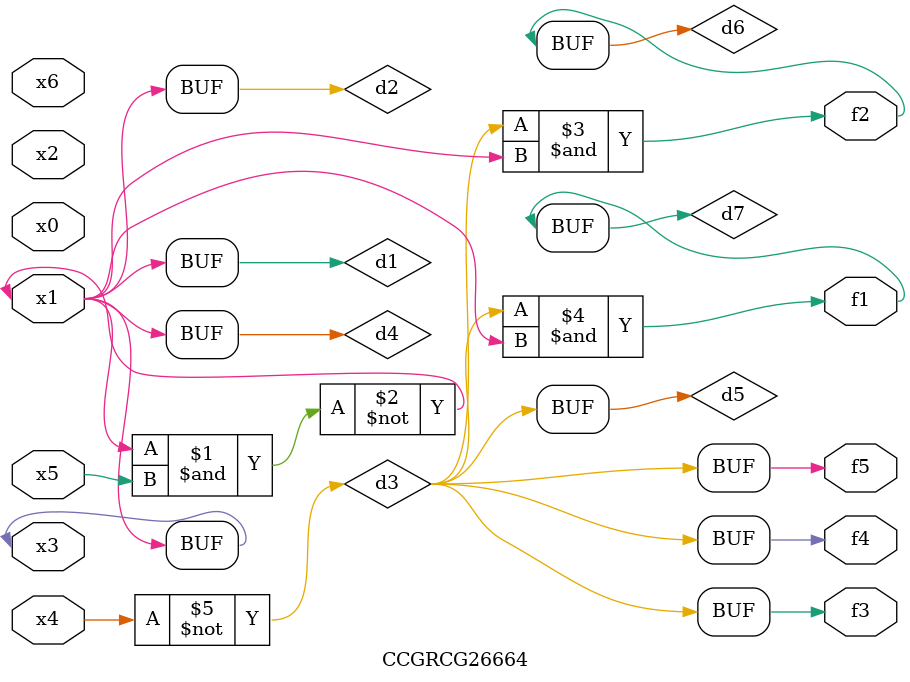
<source format=v>
module CCGRCG26664(
	input x0, x1, x2, x3, x4, x5, x6,
	output f1, f2, f3, f4, f5
);

	wire d1, d2, d3, d4, d5, d6, d7;

	buf (d1, x1, x3);
	nand (d2, x1, x5);
	not (d3, x4);
	buf (d4, d1, d2);
	buf (d5, d3);
	and (d6, d3, d4);
	and (d7, d3, d4);
	assign f1 = d7;
	assign f2 = d6;
	assign f3 = d5;
	assign f4 = d5;
	assign f5 = d5;
endmodule

</source>
